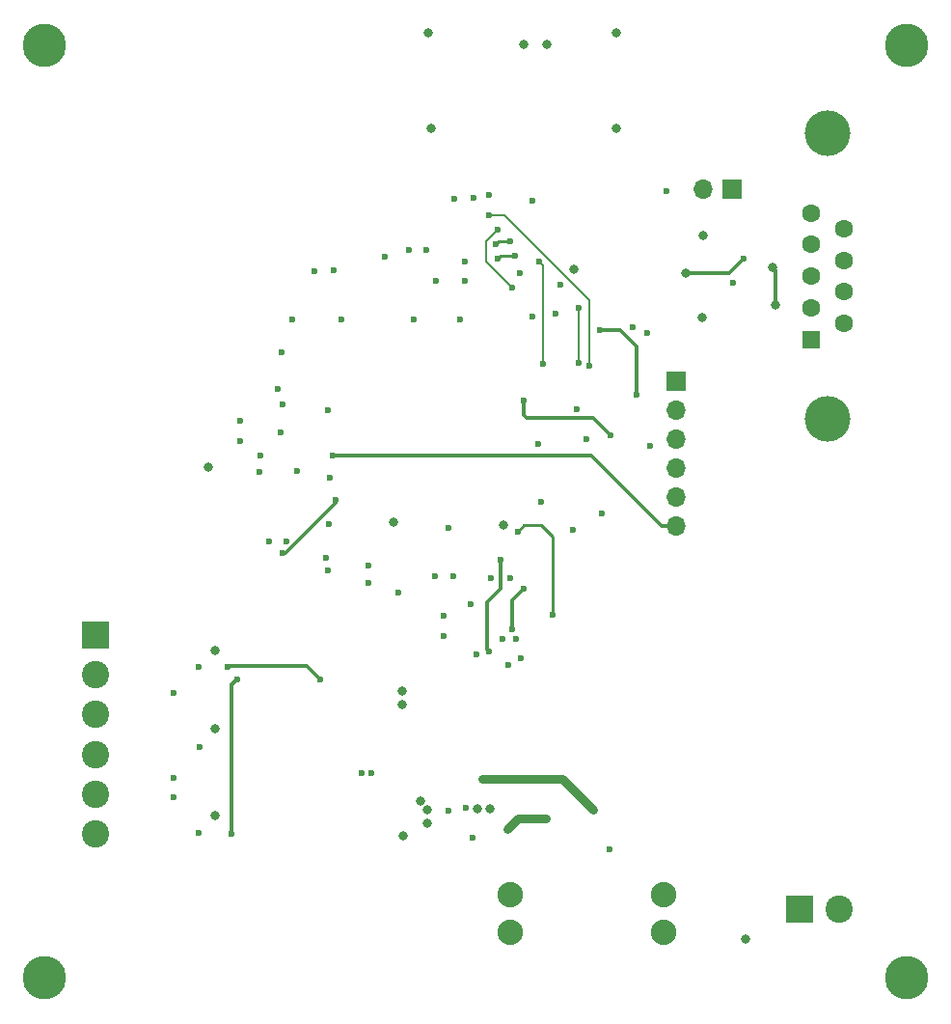
<source format=gbl>
G04 #@! TF.GenerationSoftware,KiCad,Pcbnew,(6.0.5)*
G04 #@! TF.CreationDate,2023-02-15T17:46:13-07:00*
G04 #@! TF.ProjectId,EVCU,45564355-2e6b-4696-9361-645f70636258,rev?*
G04 #@! TF.SameCoordinates,Original*
G04 #@! TF.FileFunction,Copper,L4,Bot*
G04 #@! TF.FilePolarity,Positive*
%FSLAX46Y46*%
G04 Gerber Fmt 4.6, Leading zero omitted, Abs format (unit mm)*
G04 Created by KiCad (PCBNEW (6.0.5)) date 2023-02-15 17:46:13*
%MOMM*%
%LPD*%
G01*
G04 APERTURE LIST*
G04 #@! TA.AperFunction,ComponentPad*
%ADD10C,3.800000*%
G04 #@! TD*
G04 #@! TA.AperFunction,ComponentPad*
%ADD11R,2.400000X2.400000*%
G04 #@! TD*
G04 #@! TA.AperFunction,ComponentPad*
%ADD12C,2.400000*%
G04 #@! TD*
G04 #@! TA.AperFunction,ComponentPad*
%ADD13C,2.235200*%
G04 #@! TD*
G04 #@! TA.AperFunction,ComponentPad*
%ADD14R,1.700000X1.700000*%
G04 #@! TD*
G04 #@! TA.AperFunction,ComponentPad*
%ADD15O,1.700000X1.700000*%
G04 #@! TD*
G04 #@! TA.AperFunction,ComponentPad*
%ADD16C,4.000000*%
G04 #@! TD*
G04 #@! TA.AperFunction,ComponentPad*
%ADD17R,1.600000X1.600000*%
G04 #@! TD*
G04 #@! TA.AperFunction,ComponentPad*
%ADD18C,1.600000*%
G04 #@! TD*
G04 #@! TA.AperFunction,ViaPad*
%ADD19C,0.800000*%
G04 #@! TD*
G04 #@! TA.AperFunction,ViaPad*
%ADD20C,0.600000*%
G04 #@! TD*
G04 #@! TA.AperFunction,Conductor*
%ADD21C,0.800000*%
G04 #@! TD*
G04 #@! TA.AperFunction,Conductor*
%ADD22C,0.300000*%
G04 #@! TD*
G04 #@! TA.AperFunction,Conductor*
%ADD23C,0.250000*%
G04 #@! TD*
G04 #@! TA.AperFunction,Conductor*
%ADD24C,0.200000*%
G04 #@! TD*
G04 APERTURE END LIST*
D10*
X83820000Y-45466000D03*
X159512000Y-45466000D03*
D11*
X150091200Y-121194600D03*
D12*
X153591200Y-121194600D03*
D13*
X138153808Y-123288256D03*
X138153808Y-119986256D03*
X124691808Y-123288256D03*
X124691808Y-119986256D03*
D14*
X144204531Y-58055200D03*
D15*
X141664531Y-58055200D03*
D14*
X139319000Y-74904600D03*
D15*
X139319000Y-77444600D03*
X139319000Y-79984600D03*
X139319000Y-82524600D03*
X139319000Y-85064600D03*
X139319000Y-87604600D03*
D10*
X159512000Y-127254000D03*
D11*
X88279200Y-97142600D03*
D12*
X88279200Y-100642600D03*
X88279200Y-104142600D03*
X88279200Y-107642600D03*
X88279200Y-111142600D03*
X88279200Y-114642600D03*
D16*
X152594869Y-78185200D03*
X152594869Y-53185200D03*
D17*
X151174869Y-71225200D03*
D18*
X151174869Y-68455200D03*
X151174869Y-65685200D03*
X151174869Y-62915200D03*
X151174869Y-60145200D03*
X154014869Y-69840200D03*
X154014869Y-67070200D03*
X154014869Y-64300200D03*
X154014869Y-61530200D03*
D10*
X83820000Y-127254000D03*
D19*
X98256400Y-82439200D03*
D20*
X119761000Y-91981500D03*
X136740431Y-70694200D03*
D19*
X115265200Y-103282600D03*
D20*
X101041200Y-78375200D03*
X131419600Y-79959200D03*
X124570800Y-99838200D03*
X104648000Y-72390000D03*
D19*
X125942400Y-45355200D03*
D20*
X121285000Y-94488000D03*
X120777000Y-66090800D03*
X121513600Y-58826400D03*
D19*
X115265200Y-102082600D03*
D20*
X104698800Y-76911200D03*
X122894400Y-58563200D03*
X124714000Y-92202000D03*
X114935000Y-93481200D03*
X125603000Y-65405000D03*
X118237000Y-66090800D03*
X130184200Y-87926700D03*
X109220000Y-65151000D03*
X138416831Y-58197400D03*
X128736400Y-68977200D03*
X108585000Y-90424000D03*
D19*
X127974400Y-45355200D03*
D20*
X102666800Y-82854800D03*
X127466400Y-85487200D03*
X135436531Y-70194700D03*
X126704400Y-59071200D03*
X125196600Y-97517200D03*
X108772000Y-87417600D03*
X130556000Y-77343000D03*
X115824000Y-63423800D03*
X105054400Y-88950800D03*
X118110000Y-91981500D03*
D19*
X115316000Y-114808000D03*
X114512400Y-87265200D03*
D20*
X121430700Y-114990148D03*
X108712000Y-77470000D03*
X137007600Y-80568800D03*
X144272000Y-66294000D03*
X119281608Y-112569456D03*
X97383600Y-99974400D03*
X111674800Y-109312600D03*
D19*
X130324931Y-65070100D03*
D20*
X104606400Y-79391200D03*
X129159000Y-66421000D03*
D19*
X124164400Y-87519200D03*
X141605000Y-69342000D03*
D20*
X95148400Y-102260400D03*
X133454808Y-115998456D03*
X101041200Y-80153200D03*
X109940400Y-69485200D03*
X112268000Y-92592200D03*
X116290400Y-69485200D03*
D19*
X141659531Y-62119200D03*
D20*
X117348000Y-63423800D03*
D19*
X117814400Y-52721200D03*
D20*
X112556400Y-109312600D03*
X119338400Y-87773200D03*
X123063000Y-92202000D03*
X119837200Y-58877200D03*
X103530400Y-88950800D03*
X106019600Y-82753200D03*
X95199200Y-109677200D03*
X120354400Y-69485200D03*
X102828400Y-81423200D03*
X121767600Y-98907600D03*
X107569000Y-65278000D03*
D19*
X134070400Y-44339200D03*
X145412700Y-123878100D03*
X121843800Y-112395000D03*
D20*
X120777000Y-64439800D03*
D19*
X117560400Y-44339200D03*
D20*
X120863208Y-112314456D03*
X113674200Y-63948000D03*
X125628400Y-99212400D03*
X108924400Y-83404400D03*
X105622400Y-69485200D03*
D19*
X134070400Y-52721200D03*
D20*
X97332800Y-114503200D03*
X127212400Y-80407200D03*
X95199200Y-111404400D03*
X132800400Y-86503200D03*
X108712000Y-91490800D03*
X118855800Y-95469400D03*
X104352400Y-75581200D03*
X97434400Y-106984800D03*
X112268000Y-91084400D03*
X124046600Y-97517200D03*
X126704400Y-69231200D03*
D19*
X122936000Y-112420400D03*
D20*
X118872000Y-97231200D03*
D19*
X98806000Y-113030000D03*
X117475000Y-113665000D03*
X117475000Y-112522000D03*
D20*
X122231200Y-109782600D03*
D19*
X116840000Y-111760000D03*
X98806000Y-98552000D03*
X132029200Y-112496600D03*
X98806000Y-105410000D03*
D20*
X127870000Y-113262400D03*
X124466400Y-114202200D03*
X109178400Y-81423200D03*
X109407000Y-85284000D03*
X104749600Y-90017600D03*
X132597200Y-70399600D03*
X135848400Y-76089200D03*
X125942400Y-76597200D03*
X133562400Y-79645200D03*
X100279200Y-114655600D03*
X100736400Y-101041200D03*
X108000800Y-101041200D03*
X99872800Y-99974400D03*
D19*
X147755531Y-64913200D03*
X148009531Y-68215200D03*
D20*
X145215531Y-64151200D03*
D19*
X140135531Y-65421200D03*
D20*
X122885200Y-98653600D03*
X123910400Y-90567200D03*
X128482400Y-95393200D03*
X125369200Y-88092400D03*
X124926400Y-96663200D03*
X125942400Y-93107200D03*
X131682800Y-73549200D03*
X122894400Y-60341200D03*
X127254000Y-64389000D03*
X127593400Y-73380213D03*
X130768400Y-68469200D03*
X130768400Y-73295200D03*
X124926400Y-66691200D03*
X123656400Y-61611200D03*
X123656400Y-64151200D03*
X125180400Y-63897200D03*
X123420900Y-62881200D03*
X124715900Y-62627200D03*
D21*
X132029200Y-112496600D02*
X129315200Y-109782600D01*
X129315200Y-109782600D02*
X122231200Y-109782600D01*
X125406200Y-113262400D02*
X124466400Y-114202200D01*
X127870000Y-113262400D02*
X125406200Y-113262400D01*
D22*
X137998200Y-87604600D02*
X131816800Y-81423200D01*
X139319000Y-87604600D02*
X137998200Y-87604600D01*
X131816800Y-81423200D02*
X109178400Y-81423200D01*
X104749600Y-90017600D02*
X104952800Y-90017600D01*
X109407000Y-85563400D02*
X109407000Y-85284000D01*
X104952800Y-90017600D02*
X109407000Y-85563400D01*
X134375200Y-70399600D02*
X135848400Y-71872800D01*
X135848400Y-71872800D02*
X135848400Y-76089200D01*
X132597200Y-70399600D02*
X134375200Y-70399600D01*
X126196400Y-78121200D02*
X125942400Y-77867200D01*
X125942400Y-77867200D02*
X125942400Y-76597200D01*
X133562400Y-79645200D02*
X132038400Y-78121200D01*
X132038400Y-78121200D02*
X126196400Y-78121200D01*
X100279200Y-101498400D02*
X100736400Y-101041200D01*
X100279200Y-114655600D02*
X100279200Y-101498400D01*
X108000800Y-101041200D02*
X106883200Y-99923600D01*
X106883200Y-99923600D02*
X99923600Y-99923600D01*
X99923600Y-99923600D02*
X99872800Y-99974400D01*
X143945531Y-65421200D02*
X140135531Y-65421200D01*
X148009531Y-65167200D02*
X147755531Y-64913200D01*
X145215531Y-64151200D02*
X143945531Y-65421200D01*
X148009531Y-68215200D02*
X148009531Y-65167200D01*
X122885200Y-98653600D02*
X122682000Y-98450400D01*
X122682000Y-98450400D02*
X122682000Y-94335600D01*
X122682000Y-94335600D02*
X123910400Y-93107200D01*
X123910400Y-93107200D02*
X123910400Y-90567200D01*
D23*
X127466400Y-87519200D02*
X125942400Y-87519200D01*
X128482400Y-95393200D02*
X128482400Y-88535200D01*
X125942400Y-87519200D02*
X125369200Y-88092400D01*
X128482400Y-88535200D02*
X127466400Y-87519200D01*
D22*
X124926400Y-96663200D02*
X124926400Y-94123200D01*
X124926400Y-94123200D02*
X125942400Y-93107200D01*
D24*
X131682800Y-67834200D02*
X127695000Y-63846400D01*
X131682800Y-73549200D02*
X131682800Y-67834200D01*
X127695000Y-63846400D02*
X124189800Y-60341200D01*
X124189800Y-60341200D02*
X122894400Y-60341200D01*
X127593400Y-73380213D02*
X127593400Y-64728400D01*
X127593400Y-64728400D02*
X127254000Y-64389000D01*
X130768400Y-68469200D02*
X130768400Y-73295200D01*
X122640400Y-64405200D02*
X122640400Y-62627200D01*
X124926400Y-66691200D02*
X122640400Y-64405200D01*
X122640400Y-62627200D02*
X123656400Y-61611200D01*
D23*
X125180400Y-63897200D02*
X123910400Y-63897200D01*
X123910400Y-63897200D02*
X123656400Y-64151200D01*
X123674900Y-62627200D02*
X123420900Y-62881200D01*
X124715900Y-62627200D02*
X123674900Y-62627200D01*
M02*

</source>
